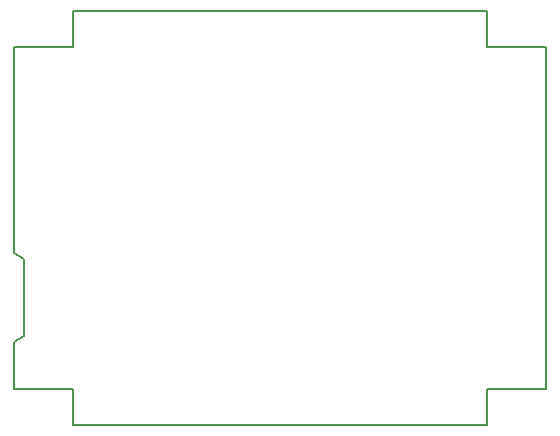
<source format=gm1>
G04 #@! TF.GenerationSoftware,KiCad,Pcbnew,(5.1.4)-1*
G04 #@! TF.CreationDate,2019-10-25T18:25:26-07:00*
G04 #@! TF.ProjectId,mainboard,6d61696e-626f-4617-9264-2e6b69636164,rev?*
G04 #@! TF.SameCoordinates,Original*
G04 #@! TF.FileFunction,Profile,NP*
%FSLAX46Y46*%
G04 Gerber Fmt 4.6, Leading zero omitted, Abs format (unit mm)*
G04 Created by KiCad (PCBNEW (5.1.4)-1) date 2019-10-25 18:25:26*
%MOMM*%
%LPD*%
G04 APERTURE LIST*
%ADD10C,0.150000*%
G04 APERTURE END LIST*
D10*
X116700300Y-106041600D02*
X116700300Y-109041600D01*
X116700300Y-74041600D02*
X116700300Y-77041600D01*
X121710300Y-106041600D02*
X116700300Y-106041600D01*
X121710300Y-77041600D02*
X116700300Y-77041600D01*
X81725100Y-77041600D02*
X81725100Y-74041600D01*
X76715100Y-106041600D02*
X76721300Y-102057200D01*
X81725100Y-106041600D02*
X76715100Y-106041600D01*
X81725100Y-77041600D02*
X76715100Y-77041600D01*
X77532900Y-95021400D02*
X76708000Y-94513400D01*
X121710300Y-106041600D02*
X121710300Y-77041600D01*
X77546200Y-101549200D02*
X76721300Y-102057200D01*
X81725100Y-106041600D02*
X81725100Y-109041600D01*
X77532900Y-95021400D02*
X77546200Y-101549200D01*
X81725100Y-109041600D02*
X116700300Y-109041600D01*
X116700300Y-74041600D02*
X81725100Y-74041600D01*
X76715100Y-77041600D02*
X76708000Y-94513400D01*
M02*

</source>
